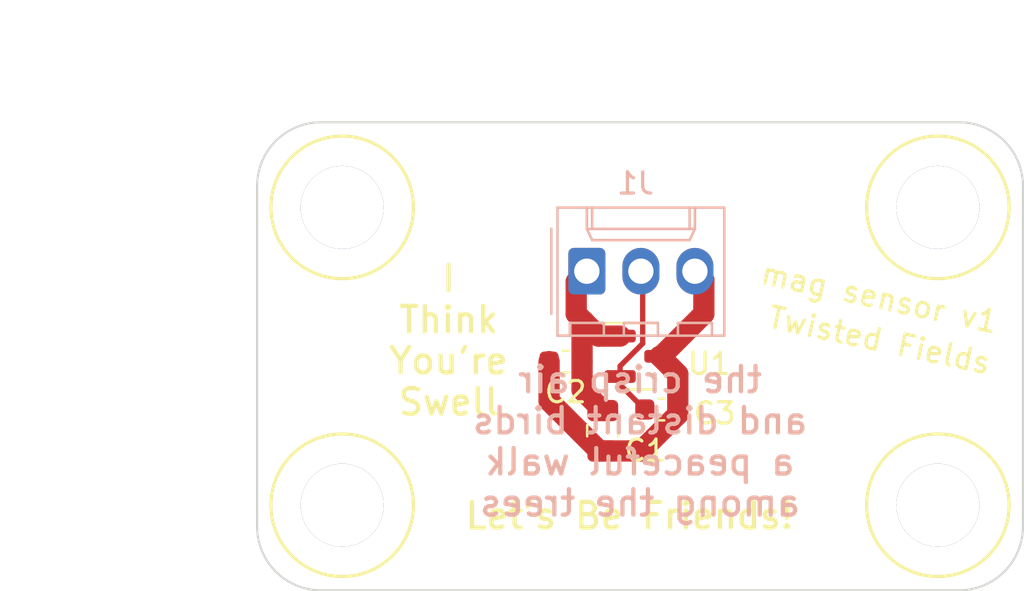
<source format=kicad_pcb>
(kicad_pcb (version 20211014) (generator pcbnew)
  (layers (0 "F.Cu" signal) (31 "B.Cu" signal) (34 "B.Paste" user) (35 "F.Paste" user) (36 "B.SilkS" user "B.Silkscreen") (37 "F.SilkS" user "F.Silkscreen") (38 "B.Mask" user) (39 "F.Mask" user) (44 "Edge.Cuts" user))
  (net 0 "")
  (net 1 "+3V3")
  (net 2 "GND")
  (net 3 "Net-(C3-Pad2)")
  (footprint "Capacitor_SMD:C_0603_1608Metric" (layer "F.Cu") (at 151 102.5 180)
    (fp_text reference "C3" (at -2.5 -0.18) (layer "F.SilkS"))
    (fp_text value "4.7n")
    (fp_line (start -0.14058 0.51) (end 0.14058 0.51) (layer "F.SilkS") (width 0.12))
    (fp_line (start -0.14058 -0.51) (end 0.14058 -0.51) (layer "F.SilkS") (width 0.12))
    (pad "1" smd roundrect (at -0.775 0 180) (size 0.9 0.95) (layers "F.Cu" "F.Paste" "F.Mask") (net 2 "GND"))
    (pad "2" smd roundrect (at 0.775 0 180) (size 0.9 0.95) (layers "F.Cu" "F.Paste" "F.Mask") (net 3 "Net-(C3-Pad2)"))
  )
  (footprint "Capacitor_SMD:C_0603_1608Metric" (layer "F.Cu") (at 146.5 100.25 180)
    (fp_text reference "C2" (at 0 -1.43) (layer "F.SilkS"))
    (fp_text value "100n")
    (fp_line (start -0.14058 -0.51) (end 0.14058 -0.51) (layer "F.SilkS") (width 0.12))
    (fp_line (start -0.14058 0.51) (end 0.14058 0.51) (layer "F.SilkS") (width 0.12))
    (pad "1" smd roundrect (at -0.775 0 180) (size 0.9 0.95) (layers "F.Cu" "F.Paste" "F.Mask") (net 1 "+3V3"))
    (pad "2" smd roundrect (at 0.775 0 180) (size 0.9 0.95) (layers "F.Cu" "F.Paste" "F.Mask") (net 2 "GND"))
  )
  (footprint "Package_TO_SOT_SMD:SOT-23" (layer "F.Cu") (at 150 100)
    (fp_text reference "U1" (at 3.25 0.35) (layer "F.SilkS"))
    (fp_text value "MT9105ET" hide)
    (fp_line (start 0 1.56) (end -0.65 1.56) (layer "F.SilkS") (width 0.12))
    (fp_line (start 0 -1.56) (end -1.675 -1.56) (layer "F.SilkS") (width 0.12))
    (fp_line (start 0 1.56) (end 0.65 1.56) (layer "F.SilkS") (width 0.12))
    (fp_line (start 0 -1.56) (end 0.65 -1.56) (layer "F.SilkS") (width 0.12))
    (pad "1" smd roundrect (at -0.9375 -0.95) (size 1.475 0.6) (layers "F.Cu" "F.Paste" "F.Mask") (net 1 "+3V3"))
    (pad "2" smd roundrect (at -0.9375 0.95) (size 1.475 0.6) (layers "F.Cu" "F.Paste" "F.Mask") (net 3 "Net-(C3-Pad2)"))
    (pad "3" smd roundrect (at 0.9375 0) (size 1.475 0.6) (layers "F.Cu" "F.Paste" "F.Mask") (net 2 "GND"))
  )
  (footprint "parts:MountingHole_3.9mm_Plastite_#6" (layer "F.Cu") (at 164 93)
    (fp_text reference "H4" hide)
    (fp_text value "MountingHole" hide)
    (fp_circle (center 0 0) (end 3.35 0) (layer "F.SilkS") (width 0.15) (fill none))
    (pad "" thru_hole circle (at 0 0) (size 3.9 3.9) (drill 3.9) (layers *.Cu *.Mask))
  )
  (footprint "parts:MountingHole_3.9mm_Plastite_#6" (layer "F.Cu") (at 136 93)
    (fp_text reference "H1" hide)
    (fp_text value "MountingHole" hide)
    (fp_circle (center 0 0) (end 3.35 0) (layer "F.SilkS") (width 0.15) (fill none))
    (pad "" thru_hole circle (at 0 0) (size 3.9 3.9) (drill 3.9) (layers *.Cu *.Mask))
  )
  (footprint "parts:MountingHole_3.9mm_Plastite_#6" (layer "F.Cu") (at 164 107)
    (fp_text reference "H2" hide)
    (fp_text value "MountingHole" hide)
    (fp_circle (center 0 0) (end 3.35 0) (layer "F.SilkS") (width 0.15) (fill none))
    (pad "" thru_hole circle (at 0 0) (size 3.9 3.9) (drill 3.9) (layers *.Cu *.Mask))
  )
  (footprint "parts:MountingHole_3.9mm_Plastite_#6" (layer "F.Cu") (at 136 107)
    (fp_text reference "H3" hide)
    (fp_text value "MountingHole" hide)
    (fp_circle (center 0 0) (end 3.35 0) (layer "F.SilkS") (width 0.15) (fill none))
    (pad "" thru_hole circle (at 0 0) (size 3.9 3.9) (drill 3.9) (layers *.Cu *.Mask))
  )
  (footprint "Capacitor_SMD:C_0805_2012Metric" (layer "F.Cu") (at 148.25 103.5 90)
    (fp_text reference "C1" (at -0.93 2 180) (layer "F.SilkS"))
    (fp_text value "10u")
    (fp_line (start -0.261252 0.735) (end 0.261252 0.735) (layer "F.SilkS") (width 0.12))
    (fp_line (start -0.261252 -0.735) (end 0.261252 -0.735) (layer "F.SilkS") (width 0.12))
    (pad "1" smd roundrect (at -0.95 0 90) (size 1 1.45) (layers "F.Cu" "F.Paste" "F.Mask") (net 2 "GND"))
    (pad "2" smd roundrect (at 0.95 0 90) (size 1 1.45) (layers "F.Cu" "F.Paste" "F.Mask") (net 1 "+3V3"))
  )
  (footprint "Connector_Molex:Molex_KK-254_AE-6410-03A_1x03_P2.54mm_Vertical" (layer "B.Cu") (at 147.5 96)
    (fp_text reference "J1" (at 2.29 -4.13) (layer "B.SilkS") (effects (justify mirror)))
    (fp_text value "Conn_01x03")
    (fp_line (start -1.67 2) (end -1.67 -2) (layer "B.SilkS") (width 0.12))
    (fp_line (start 1.74 3.03) (end 1.74 2.43) (layer "B.SilkS") (width 0.12))
    (fp_line (start 4.28 2.43) (end 5.88 2.43) (layer "B.SilkS") (width 0.12))
    (fp_line (start 4.83 -2.99) (end 4.83 -1.99) (layer "B.SilkS") (width 0.12))
    (fp_line (start -0.8 2.43) (end 0.8 2.43) (layer "B.SilkS") (width 0.12))
    (fp_line (start 1.74 2.43) (end 3.34 2.43) (layer "B.SilkS") (width 0.12))
    (fp_line (start 4.28 3.03) (end 4.28 2.43) (layer "B.SilkS") (width 0.12))
    (fp_line (start 0 -1.99) (end 0.25 -1.46) (layer "B.SilkS") (width 0.12))
    (fp_line (start 5.88 2.43) (end 5.88 3.03) (layer "B.SilkS") (width 0.12))
    (fp_line (start 5.08 -1.99) (end 5.08 -2.99) (layer "B.SilkS") (width 0.12))
    (fp_line (start 4.83 -1.46) (end 5.08 -1.99) (layer "B.SilkS") (width 0.12))
    (fp_line (start 0 -2.99) (end 0 -1.99) (layer "B.SilkS") (width 0.12))
    (fp_line (start 0.8 2.43) (end 0.8 3.03) (layer "B.SilkS") (width 0.12))
    (fp_line (start -1.38 3.03) (end -1.38 -2.99) (layer "B.SilkS") (width 0.12))
    (fp_line (start 0.25 -1.46) (end 4.83 -1.46) (layer "B.SilkS") (width 0.12))
    (fp_line (start 3.34 2.43) (end 3.34 3.03) (layer "B.SilkS") (width 0.12))
    (fp_line (start 0 -1.99) (end 5.08 -1.99) (layer "B.SilkS") (width 0.12))
    (fp_line (start 0.25 -2.99) (end 0.25 -1.99) (layer "B.SilkS") (width 0.12))
    (fp_line (start 6.46 3.03) (end -1.38 3.03) (layer "B.SilkS") (width 0.12))
    (fp_line (start -1.38 -2.99) (end 6.46 -2.99) (layer "B.SilkS") (width 0.12))
    (fp_line (start 6.46 -2.99) (end 6.46 3.03) (layer "B.SilkS") (width 0.12))
    (fp_line (start -0.8 3.03) (end -0.8 2.43) (layer "B.SilkS") (width 0.12))
    (pad "1" thru_hole roundrect (at 0 0) (size 1.74 2.19) (drill 1.19) (layers *.Cu *.Mask) (roundrect_rratio 0.1436781609) (net 1 "+3V3"))
    (pad "2" thru_hole oval (at 2.54 0) (size 1.74 2.19) (drill 1.19) (layers *.Cu *.Mask) (net 3 "Net-(C3-Pad2)"))
    (pad "3" thru_hole oval (at 5.08 0) (size 1.74 2.19) (drill 1.19) (layers *.Cu *.Mask) (net 2 "GND"))
  )
  (gr_line (start 168 108) (end 168 92) (layer "Edge.Cuts") (width 0.1))
  (gr_arc (start 135 111) (mid 132.87868 110.12132) (end 132 108) (layer "Edge.Cuts") (width 0.1))
  (gr_arc (start 168 108) (mid 167.12132 110.12132) (end 165 111) (layer "Edge.Cuts") (width 0.1))
  (gr_arc (start 132 92) (mid 132.87868 89.87868) (end 135 89) (layer "Edge.Cuts") (width 0.1))
  (gr_arc (start 165 89) (mid 167.12132 89.87868) (end 168 92) (layer "Edge.Cuts") (width 0.1))
  (gr_line (start 132 92) (end 132 108) (layer "Edge.Cuts") (width 0.1))
  (gr_line (start 135 111) (end 165 111) (layer "Edge.Cuts") (width 0.1))
  (gr_line (start 165 89) (end 135 89) (layer "Edge.Cuts") (width 0.1))
  (gr_text "the crisp air\nand distant birds\na peaceful walk\namong the trees" (at 150 104) (layer "B.SilkS") (effects (font (size 1.2 1.2) (thickness 0.2)) (justify mirror)))
  (gr_text "mag sensor v1" (at 161.25 97.25 -12) (layer "F.SilkS") (effects (font (size 1 1))))
  (gr_text "I\nThink\nYou're\nSwell" (at 141 99.25) (layer "F.SilkS") (effects (font (size 1.2 1.2) (thickness 0.2))))
  (gr_text "Twisted Fields" (at 161.25 99.25 -12) (layer "F.SilkS") (effects (font (size 1 1))))
  (gr_text "Let's Be Friends!" (at 149.5 107.5) (layer "F.SilkS") (effects (font (size 1.2 1.2) (thickness 0.2))))
  (segment (start 147.275 98.475) (end 147.375 98.375) (width 1) (layer "F.Cu") (net 1))
  (segment (start 149.0625 99.05) (end 148.05 99.05) (width 1) (layer "F.Cu") (net 1))
  (segment (start 147.375 98.375) (end 147 98) (width 1) (layer "F.Cu") (net 1))
  (segment (start 148.05 99.05) (end 147.375 98.375) (width 1) (layer "F.Cu") (net 1))
  (segment (start 147.275 100.25) (end 147.275 98.475) (width 1) (layer "F.Cu") (net 1))
  (segment (start 147 98) (end 147 96.5) (width 1) (layer "F.Cu") (net 1))
  (segment (start 147 96.5) (end 147.5 96) (width 1) (layer "F.Cu") (net 1))
  (segment (start 148.25 102.55) (end 147.275 101.575) (width 1) (layer "F.Cu") (net 1))
  (segment (start 147.275 101.575) (end 147.275 100.25) (width 1) (layer "F.Cu") (net 1))
  (segment (start 151.775 102.732468) (end 151.775 100.8375) (width 1) (layer "F.Cu") (net 2))
  (segment (start 148.25 104.45) (end 150.057468 104.45) (width 1) (layer "F.Cu") (net 2))
  (segment (start 145.725 102.092824) (end 145.725 100.25) (width 1) (layer "F.Cu") (net 2))
  (segment (start 150.9375 100) (end 151 100) (width 1) (layer "F.Cu") (net 2))
  (segment (start 151 100) (end 153 98) (width 1) (layer "F.Cu") (net 2))
  (segment (start 153 98) (end 153 96.42) (width 1) (layer "F.Cu") (net 2))
  (segment (start 151.775 100.8375) (end 150.9375 100) (width 1) (layer "F.Cu") (net 2))
  (segment (start 150.057468 104.45) (end 151.775 102.732468) (width 1) (layer "F.Cu") (net 2))
  (segment (start 153 96.42) (end 152.58 96) (width 1) (layer "F.Cu") (net 2))
  (segment (start 148.082176 104.45) (end 145.725 102.092824) (width 1) (layer "F.Cu") (net 2))
  (segment (start 148.25 104.45) (end 148.082176 104.45) (width 1) (layer "F.Cu") (net 2))
  (segment (start 150.12452 96.08452) (end 150.04 96) (width 0.25) (layer "F.Cu") (net 3))
  (segment (start 149.0625 100.95) (end 149.0625 100.458572) (width 0.25) (layer "F.Cu") (net 3))
  (segment (start 150.12452 99.396552) (end 150.12452 96.08452) (width 0.25) (layer "F.Cu") (net 3))
  (segment (start 149.0625 100.95) (end 149.0625 101.3375) (width 0.25) (layer "F.Cu") (net 3))
  (segment (start 149.0625 101.3375) (end 150.225 102.5) (width 0.25) (layer "F.Cu") (net 3))
  (segment (start 149.0625 100.458572) (end 150.12452 99.396552) (width 0.25) (layer "F.Cu") (net 3))
)
</source>
